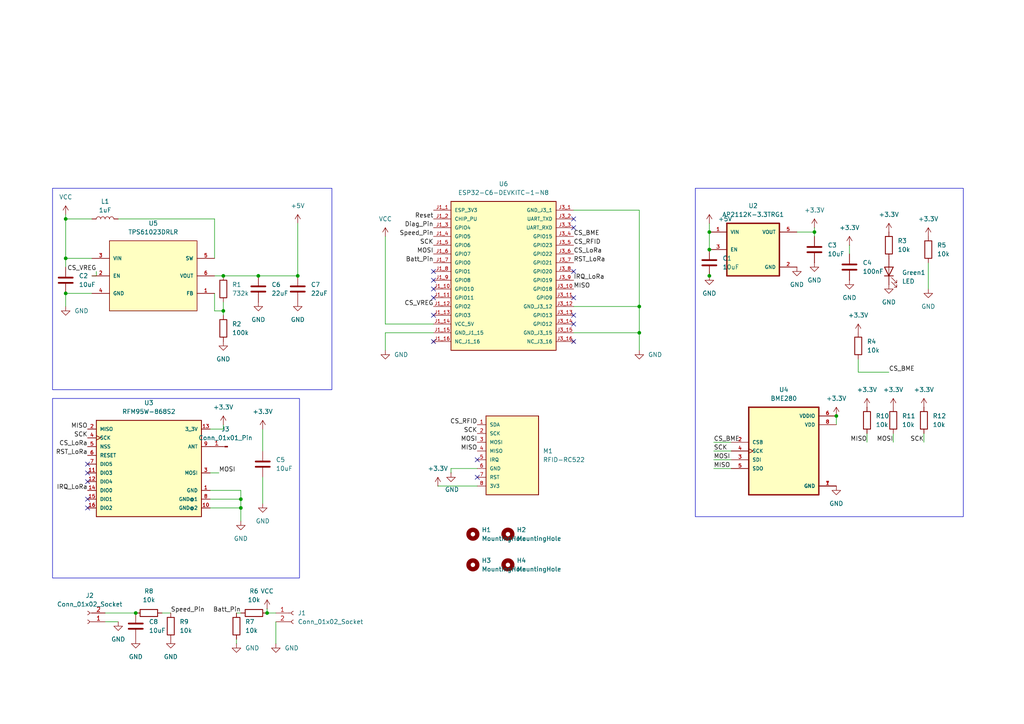
<source format=kicad_sch>
(kicad_sch (version 20250114) (generator "eeschema") (generator_version "9.0")
  (paper "A4")
  (lib_symbols
    (symbol "AP2112K-3.3TRG1:AP2112K-3.3TRG1" (pin_names (offset 1.016))
      (property "Reference" "U" (at -7.663 8.6476 0))
      (property "Value" "AP2112K-3.3TRG1" (at -7.6489 -11.6507 0))
      (symbol "AP2112K-3.3TRG1_0_0"
        (rectangle (start -7.62 -7.62) (end 7.62 7.62) (stroke (width 0.41)) (fill (type background)))
        (pin power_in line (at -12.7 5.08 0) (length 5.08) (name "VIN") (number "1"))
        (pin input line (at -12.7 0 0) (length 5.08) (name "EN") (number "3"))
        (pin power_in line (at 12.7 5.08 180) (length 5.08) (name "VOUT") (number "5"))
        (pin power_in line (at 12.7 -5.08 180) (length 5.08) (name "GND") (number "2"))
      )
    )
    (symbol "BME280:BME280" (pin_names (offset 1.016))
      (property "Reference" "U" (at -10.1662 13.3431 0))
      (property "Value" "BME280" (at -10.1683 -15.2524 0))
      (symbol "BME280_0_0"
        (rectangle (start -10.16 -12.7) (end 10.16 12.7) (stroke (width 0.4064)) (fill (type background)))
        (pin input line (at -15.24 2.54 0) (length 5.08) (name "CSB") (number "2"))
        (pin input clock (at -15.24 0 0) (length 5.08) (name "SCK") (number "4"))
        (pin bidirectional line (at -15.24 -2.54 0) (length 5.08) (name "SDI") (number "3"))
        (pin bidirectional line (at -15.24 -5.08 0) (length 5.08) (name "SDO") (number "5"))
        (pin power_in line (at 15.24 10.16 180) (length 5.08) (name "VDDIO") (number "6"))
        (pin power_in line (at 15.24 7.62 180) (length 5.08) (name "VDD") (number "8"))
        (pin power_in line (at 15.24 -10.16 180) (length 5.08) (name "GND") (number "1"))
        (pin power_in line (at 15.24 -10.16 180) (length 5.08) (name "GND") (number "7"))
      )
    )
    (symbol "Connector:Conn_01x01_Pin" (pin_names (offset 1.016) (hide yes))
      (property "Reference" "J" (at 0 2.54 0))
      (property "Value" "Conn_01x01_Pin" (at 0 -2.54 0))
      (symbol "Conn_01x01_Pin_1_1"
        (rectangle (start 0.8636 0.127) (end 0 -0.127) (stroke (width 0.1524)) (fill (type outline)))
        (polyline (pts (xy 1.27 0) (xy 0.8636 0)) (stroke (width 0.1524)))
        (pin passive line (at 5.08 0 180) (length 3.81) (name "Pin_1") (number "1"))
      )
    )
    (symbol "Connector:Conn_01x02_Socket" (pin_names (offset 1.016) (hide yes))
      (property "Reference" "J" (at 0 2.54 0))
      (property "Value" "Conn_01x02_Socket" (at 0 -5.08 0))
      (symbol "Conn_01x02_Socket_1_1"
        (polyline (pts (xy -1.27 0) (xy -0.508 0)) (stroke (width 0.1524)))
        (polyline (pts (xy -1.27 -2.54) (xy -0.508 -2.54)) (stroke (width 0.1524)))
        (arc (start 0 -0.508) (mid -0.5058 0) (end 0 0.508) (stroke (width 0.1524)))
        (arc (start 0 -3.048) (mid -0.5058 -2.54) (end 0 -2.032) (stroke (width 0.1524)))
        (pin passive line (at -5.08 0 0) (length 3.81) (name "Pin_1") (number "1"))
        (pin passive line (at -5.08 -2.54 0) (length 3.81) (name "Pin_2") (number "2"))
      )
    )
    (symbol "Device:C" (pin_numbers (hide yes)) (pin_names (offset 0.254))
      (property "Reference" "C" (at 0.635 2.54 0))
      (property "Value" "C" (at 0.635 -2.54 0))
      (symbol "C_0_1"
        (polyline (pts (xy -2.032 0.762) (xy 2.032 0.762)) (stroke (width 0.508)))
        (polyline (pts (xy -2.032 -0.762) (xy 2.032 -0.762)) (stroke (width 0.508)))
      )
      (symbol "C_1_1"
        (pin passive line (at 0 3.81 270) (length 2.794) (name "~") (number "1"))
        (pin passive line (at 0 -3.81 90) (length 2.794) (name "~") (number "2"))
      )
    )
    (symbol "Device:L" (pin_numbers (hide yes)) (pin_names (offset 1.016) (hide yes))
      (property "Reference" "L" (at -1.27 0 90))
      (property "Value" "L" (at 1.905 0 90))
      (symbol "L_0_1"
        (arc (start 0 2.54) (mid 0.6323 1.905) (end 0 1.27))
        (arc (start 0 1.27) (mid 0.6323 0.635) (end 0 0))
        (arc (start 0 0) (mid 0.6323 -0.635) (end 0 -1.27))
        (arc (start 0 -1.27) (mid 0.6323 -1.905) (end 0 -2.54))
      )
      (symbol "L_1_1"
        (pin passive line (at 0 3.81 270) (length 1.27) (name "1") (number "1"))
        (pin passive line (at 0 -3.81 90) (length 1.27) (name "2") (number "2"))
      )
    )
    (symbol "Device:LED" (pin_numbers (hide yes)) (pin_names (offset 1.016) (hide yes))
      (property "Reference" "D" (at 0 2.54 0))
      (property "Value" "LED" (at 0 -2.54 0))
      (symbol "LED_0_1"
        (polyline (pts (xy -3.048 -0.762) (xy -4.572 -2.286) (xy -3.81 -2.286) (xy -4.572 -2.286) (xy -4.572 -1.524)))
        (polyline (pts (xy -1.778 -0.762) (xy -3.302 -2.286) (xy -2.54 -2.286) (xy -3.302 -2.286) (xy -3.302 -1.524)))
        (polyline (pts (xy -1.27 0) (xy 1.27 0)))
        (polyline (pts (xy -1.27 -1.27) (xy -1.27 1.27)) (stroke (width 0.254)))
        (polyline (pts (xy 1.27 -1.27) (xy 1.27 1.27) (xy -1.27 0) (xy 1.27 -1.27)) (stroke (width 0.254)))
      )
      (symbol "LED_1_1"
        (pin passive line (at -3.81 0 0) (length 2.54) (name "K") (number "1"))
        (pin passive line (at 3.81 0 180) (length 2.54) (name "A") (number "2"))
      )
    )
    (symbol "Device:R" (pin_numbers (hide yes)) (pin_names (offset 0))
      (property "Reference" "R" (at 2.032 0 90))
      (property "Value" "R" (at 0 0 90))
      (symbol "R_0_1"
        (rectangle (start -1.016 -2.54) (end 1.016 2.54) (stroke (width 0.254)))
      )
      (symbol "R_1_1"
        (pin passive line (at 0 3.81 270) (length 1.27) (name "~") (number "1"))
        (pin passive line (at 0 -3.81 90) (length 1.27) (name "~") (number "2"))
      )
    )
    (symbol "ESP32-C6-DEVKITC-1-N8:ESP32-C6-DEVKITC-1-N8" (pin_names (offset 1.016))
      (property "Reference" "U" (at -15.24 23.622 0))
      (property "Value" "ESP32-C6-DEVKITC-1-N8" (at -15.24 -22.86 0))
      (symbol "ESP32-C6-DEVKITC-1-N8_0_0"
        (rectangle (start -15.24 -20.32) (end 15.24 22.86) (stroke (width 0.254)) (fill (type background)))
        (pin power_in line (at -20.32 20.32 0) (length 5.08) (name "ESP_3V3") (number "J1_1"))
        (pin input line (at -20.32 17.78 0) (length 5.08) (name "CHIP_PU") (number "J1_2"))
        (pin bidirectional line (at -20.32 15.24 0) (length 5.08) (name "GPIO4") (number "J1_3"))
        (pin bidirectional line (at -20.32 12.7 0) (length 5.08) (name "GPIO5") (number "J1_4"))
        (pin bidirectional line (at -20.32 10.16 0) (length 5.08) (name "GPIO6") (number "J1_5"))
        (pin bidirectional line (at -20.32 7.62 0) (length 5.08) (name "GPIO7") (number "J1_6"))
        (pin bidirectional line (at -20.32 5.08 0) (length 5.08) (name "GPIO0") (number "J1_7"))
        (pin bidirectional line (at -20.32 2.54 0) (length 5.08) (name "GPIO1") (number "J1_8"))
        (pin bidirectional line (at -20.32 0 0) (length 5.08) (name "GPIO8") (number "J1_9"))
        (pin bidirectional line (at -20.32 -2.54 0) (length 5.08) (name "GPIO10") (number "J1_10"))
        (pin bidirectional line (at -20.32 -5.08 0) (length 5.08) (name "GPIO11") (number "J1_11"))
        (pin bidirectional line (at -20.32 -7.62 0) (length 5.08) (name "GPIO2") (number "J1_12"))
        (pin bidirectional line (at -20.32 -10.16 0) (length 5.08) (name "GPIO3") (number "J1_13"))
        (pin power_in line (at -20.32 -12.7 0) (length 5.08) (name "VCC_5V") (number "J1_14"))
        (pin power_in line (at -20.32 -15.24 0) (length 5.08) (name "GND_J1_15") (number "J1_15"))
        (pin no_connect line (at -20.32 -17.78 0) (length 5.08) (name "NC_J1_16") (number "J1_16"))
        (pin power_in line (at 20.32 20.32 180) (length 5.08) (name "GND_J3_1") (number "J3_1"))
        (pin bidirectional line (at 20.32 17.78 180) (length 5.08) (name "UART_TXD") (number "J3_2"))
        (pin bidirectional line (at 20.32 15.24 180) (length 5.08) (name "UART_RXD") (number "J3_3"))
        (pin bidirectional line (at 20.32 12.7 180) (length 5.08) (name "GPIO15") (number "J3_4"))
        (pin bidirectional line (at 20.32 10.16 180) (length 5.08) (name "GPIO23") (number "J3_5"))
        (pin bidirectional line (at 20.32 7.62 180) (length 5.08) (name "GPIO22") (number "J3_6"))
        (pin bidirectional line (at 20.32 5.08 180) (length 5.08) (name "GPIO21") (number "J3_7"))
        (pin bidirectional line (at 20.32 2.54 180) (length 5.08) (name "GPIO20") (number "J3_8"))
        (pin bidirectional line (at 20.32 0 180) (length 5.08) (name "GPIO19") (number "J3_9"))
        (pin bidirectional line (at 20.32 -2.54 180) (length 5.08) (name "GPIO18") (number "J3_10"))
        (pin bidirectional line (at 20.32 -5.08 180) (length 5.08) (name "GPIO9") (number "J3_11"))
        (pin power_in line (at 20.32 -7.62 180) (length 5.08) (name "GND_J3_12") (number "J3_12"))
        (pin bidirectional line (at 20.32 -10.16 180) (length 5.08) (name "GPIO13") (number "J3_13"))
        (pin bidirectional line (at 20.32 -12.7 180) (length 5.08) (name "GPIO12") (number "J3_14"))
        (pin power_in line (at 20.32 -15.24 180) (length 5.08) (name "GND_J3_15") (number "J3_15"))
        (pin no_connect line (at 20.32 -17.78 180) (length 5.08) (name "NC_J3_16") (number "J3_16"))
      )
    )
    (symbol "Mechanical:MountingHole" (pin_names (offset 1.016)) (exclude_from_sim yes) (in_bom no)
      (property "Reference" "H" (at 0 5.08 0))
      (property "Value" "MountingHole" (at 0 3.175 0))
      (symbol "MountingHole_0_1"
        (circle (center 0 0) (radius 1.27) (stroke (width 1.27)))
      )
    )
    (symbol "RFID-RC522:RFID-RC522" (pin_names (offset 1.016))
      (property "Reference" "M" (at -7.62 10.922 0))
      (symbol "RFID-RC522_0_0"
        (rectangle (start -7.62 -12.7) (end 7.62 10.16) (stroke (width 0.254)) (fill (type background)))
        (pin bidirectional line (at -10.16 7.62 0) (length 2.54) (name "SDA") (number "1"))
        (pin bidirectional line (at -10.16 5.08 0) (length 2.54) (name "SCK") (number "2"))
        (pin bidirectional line (at -10.16 2.54 0) (length 2.54) (name "MOSI") (number "3"))
        (pin bidirectional line (at -10.16 0 0) (length 2.54) (name "MISO") (number "4"))
        (pin bidirectional line (at -10.16 -2.54 0) (length 2.54) (name "IRQ") (number "5"))
        (pin bidirectional line (at -10.16 -5.08 0) (length 2.54) (name "GND") (number "6"))
        (pin bidirectional line (at -10.16 -7.62 0) (length 2.54) (name "RST") (number "7"))
        (pin bidirectional line (at -10.16 -10.16 0) (length 2.54) (name "3V3") (number "8"))
      )
    )
    (symbol "RFM95W-868S2:RFM95W-868S2" (pin_names (offset 1.016))
      (property "Reference" "U" (at -15.2563 13.9849 0))
      (property "Value" "RFM95W-868S2" (at -15.265 -17.8092 0))
      (symbol "RFM95W-868S2_0_0"
        (rectangle (start -15.24 -15.24) (end 15.24 12.7) (stroke (width 0.254)) (fill (type background)))
        (pin input line (at -17.78 10.16 0) (length 2.54) (name "MISO") (number "2"))
        (pin input clock (at -17.78 7.62 0) (length 2.54) (name "SCK") (number "4"))
        (pin input line (at -17.78 5.08 0) (length 2.54) (name "NSS") (number "5"))
        (pin bidirectional line (at -17.78 2.54 0) (length 2.54) (name "RESET") (number "6"))
        (pin bidirectional line (at -17.78 0 0) (length 2.54) (name "DIO5") (number "7"))
        (pin bidirectional line (at -17.78 -2.54 0) (length 2.54) (name "DIO3") (number "11"))
        (pin bidirectional line (at -17.78 -5.08 0) (length 2.54) (name "DIO4") (number "12"))
        (pin bidirectional line (at -17.78 -7.62 0) (length 2.54) (name "DIO0") (number "14"))
        (pin bidirectional line (at -17.78 -10.16 0) (length 2.54) (name "DIO1") (number "15"))
        (pin bidirectional line (at -17.78 -12.7 0) (length 2.54) (name "DIO2") (number "16"))
        (pin power_in line (at 17.78 10.16 180) (length 2.54) (name "3_3V") (number "13"))
        (pin passive line (at 17.78 5.08 180) (length 2.54) (name "ANT") (number "9"))
        (pin output line (at 17.78 -2.54 180) (length 2.54) (name "MOSI") (number "3"))
        (pin power_in line (at 17.78 -7.62 180) (length 2.54) (name "GND") (number "1"))
        (pin power_in line (at 17.78 -10.16 180) (length 2.54) (name "GND@1") (number "8"))
        (pin power_in line (at 17.78 -12.7 180) (length 2.54) (name "GND@2") (number "10"))
      )
    )
    (symbol "TPS61023DRLR:TPS61023DRLR" (pin_names (offset 1.016))
      (property "Reference" "U" (at -4.7244 1.4986 0))
      (property "Value" "TPS61023DRLR" (at -5.3594 -1.0414 0))
      (symbol "TPS61023DRLR_0_0"
        (rectangle (start -12.7 -10.16) (end 12.7 10.16) (stroke (width 0.2032)) (fill (type background)))
        (pin power_in line (at -17.78 5.08 0) (length 5.08) (name "VIN") (number "3"))
        (pin input line (at -17.78 0 0) (length 5.08) (name "EN") (number "2"))
        (pin power_in line (at -17.78 -5.08 0) (length 5.08) (name "GND") (number "4"))
        (pin power_in line (at 17.78 5.08 180) (length 5.08) (name "SW") (number "5"))
        (pin power_in line (at 17.78 0 180) (length 5.08) (name "VOUT") (number "6"))
        (pin input line (at 17.78 -5.08 180) (length 5.08) (name "FB") (number "1"))
      )
    )
    (symbol "power:+3.3V" (power) (pin_numbers (hide yes)) (pin_names (offset 0) (hide yes))
      (property "Value" "+3.3V" (at 0 3.556 0))
      (symbol "+3.3V_0_1"
        (polyline (pts (xy -0.762 1.27) (xy 0 2.54)))
        (polyline (pts (xy 0 2.54) (xy 0.762 1.27)))
        (polyline (pts (xy 0 0) (xy 0 2.54)))
      )
      (symbol "+3.3V_1_1"
        (pin power_in line (at 0 0 90) (length 0) (name "~") (number "1"))
      )
    )
    (symbol "power:+5V" (power) (pin_numbers (hide yes)) (pin_names (offset 0) (hide yes))
      (property "Value" "+5V" (at 0 3.556 0))
      (symbol "+5V_0_1"
        (polyline (pts (xy -0.762 1.27) (xy 0 2.54)))
        (polyline (pts (xy 0 2.54) (xy 0.762 1.27)))
        (polyline (pts (xy 0 0) (xy 0 2.54)))
      )
      (symbol "+5V_1_1"
        (pin power_in line (at 0 0 90) (length 0) (name "~") (number "1"))
      )
    )
    (symbol "power:+BATT" (power) (pin_numbers (hide yes)) (pin_names (offset 0) (hide yes))
      (property "Value" "+BATT" (at 0 3.556 0))
      (symbol "+BATT_0_1"
        (polyline (pts (xy -0.762 1.27) (xy 0 2.54)))
        (polyline (pts (xy 0 2.54) (xy 0.762 1.27)))
        (polyline (pts (xy 0 0) (xy 0 2.54)))
      )
      (symbol "+BATT_1_1"
        (pin power_in line (at 0 0 90) (length 0) (name "~") (number "1"))
      )
    )
    (symbol "power:GND" (power) (pin_numbers (hide yes)) (pin_names (offset 0) (hide yes))
      (property "Value" "GND" (at 0 -3.81 0))
      (symbol "GND_0_1"
        (polyline (pts (xy 0 0) (xy 0 -1.27) (xy 1.27 -1.27) (xy 0 -2.54) (xy -1.27 -1.27) (xy 0 -1.27)))
      )
      (symbol "GND_1_1"
        (pin power_in line (at 0 0 270) (length 0) (name "~") (number "1"))
      )
    )
    (symbol "power:VCC" (power) (pin_numbers (hide yes)) (pin_names (offset 0) (hide yes))
      (property "Value" "VCC" (at 0 3.556 0))
      (symbol "VCC_0_1"
        (polyline (pts (xy -0.762 1.27) (xy 0 2.54)))
        (polyline (pts (xy 0 2.54) (xy 0.762 1.27)))
        (polyline (pts (xy 0 0) (xy 0 2.54)))
      )
      (symbol "VCC_1_1"
        (pin power_in line (at 0 0 90) (length 0) (name "~") (number "1"))
      )
    )
  )
  (rectangle (start 15.24 115.57) (end 86.868 167.64))
  (rectangle (start 201.676 54.61) (end 279.4 149.86))
  (rectangle (start 15.24 54.61) (end 96.266 113.03))
  (junction (at 205.74 80.01))
  (junction (at 64.77 80.01))
  (junction (at 77.47 177.8))
  (junction (at 185.42 88.9))
  (junction (at 19.05 85.09))
  (junction (at 74.93 80.01))
  (junction (at 242.57 120.65))
  (junction (at 19.05 63.5))
  (junction (at 64.77 90.17))
  (junction (at 69.85 144.78))
  (junction (at 205.74 72.39))
  (junction (at 39.37 177.8))
  (junction (at 205.74 67.31))
  (junction (at 69.85 147.32))
  (junction (at 185.42 96.52))
  (junction (at 86.36 80.01))
  (junction (at 236.22 67.31))
  (junction (at 19.05 74.93))
  (no_connect (at 166.37 63.5))
  (no_connect (at 25.4 139.7))
  (no_connect (at 166.37 78.74))
  (no_connect (at 125.73 81.28))
  (no_connect (at 25.4 144.78))
  (no_connect (at 166.37 86.36))
  (no_connect (at 125.73 83.82))
  (no_connect (at 166.37 93.98))
  (no_connect (at 125.73 91.44))
  (no_connect (at 166.37 91.44))
  (no_connect (at 25.4 147.32))
  (no_connect (at 166.37 66.04))
  (no_connect (at 125.73 78.74))
  (no_connect (at 25.4 137.16))
  (no_connect (at 166.37 99.06))
  (no_connect (at 138.43 138.43))
  (no_connect (at 125.73 99.06))
  (no_connect (at 125.73 86.36))
  (no_connect (at 25.4 134.62))
  (no_connect (at 138.43 133.35))
  (wire (pts (xy 76.2 124.46) (xy 76.2 130.81)))
  (wire (pts (xy 64.77 80.01) (xy 74.93 80.01)))
  (wire (pts (xy 251.46 128.27) (xy 251.46 125.73)))
  (wire (pts (xy 77.47 177.8) (xy 80.01 177.8)))
  (wire (pts (xy 27.94 78.74) (xy 27.94 80.01)))
  (wire (pts (xy 86.36 64.77) (xy 86.36 80.01)))
  (wire (pts (xy 19.05 63.5) (xy 19.05 74.93)))
  (wire (pts (xy 205.74 67.31) (xy 205.74 64.77)))
  (wire (pts (xy 248.92 107.95) (xy 257.81 107.95)))
  (wire (pts (xy 267.97 128.27) (xy 267.97 125.73)))
  (wire (pts (xy 246.38 73.66) (xy 246.38 71.12)))
  (wire (pts (xy 60.96 142.24) (xy 69.85 142.24)))
  (wire (pts (xy 19.05 85.09) (xy 19.05 88.9)))
  (wire (pts (xy 185.42 60.96) (xy 185.42 88.9)))
  (wire (pts (xy 205.74 78.74) (xy 205.74 80.01)))
  (wire (pts (xy 205.74 67.31) (xy 205.74 72.39)))
  (wire (pts (xy 69.85 147.32) (xy 69.85 151.13)))
  (wire (pts (xy 236.22 67.31) (xy 236.22 66.04)))
  (wire (pts (xy 248.92 104.14) (xy 248.92 107.95)))
  (wire (pts (xy 60.96 124.46) (xy 64.77 124.46)))
  (wire (pts (xy 62.23 90.17) (xy 62.23 85.09)))
  (wire (pts (xy 130.81 137.16) (xy 130.81 135.89)))
  (wire (pts (xy 130.81 135.89) (xy 138.43 135.89)))
  (wire (pts (xy 69.85 142.24) (xy 69.85 144.78)))
  (wire (pts (xy 19.05 77.47) (xy 19.05 74.93)))
  (wire (pts (xy 111.76 93.98) (xy 125.73 93.98)))
  (wire (pts (xy 127 140.97) (xy 138.43 140.97)))
  (wire (pts (xy 30.48 180.34) (xy 34.29 180.34)))
  (wire (pts (xy 74.93 80.01) (xy 86.36 80.01)))
  (wire (pts (xy 68.58 177.8) (xy 69.85 177.8)))
  (wire (pts (xy 30.48 177.8) (xy 39.37 177.8)))
  (wire (pts (xy 63.5 137.16) (xy 60.96 137.16)))
  (wire (pts (xy 19.05 62.23) (xy 19.05 63.5)))
  (wire (pts (xy 62.23 63.5) (xy 62.23 74.93)))
  (wire (pts (xy 269.24 76.2) (xy 269.24 83.82)))
  (wire (pts (xy 46.99 177.8) (xy 49.53 177.8)))
  (wire (pts (xy 80.01 186.69) (xy 80.01 180.34)))
  (wire (pts (xy 69.85 144.78) (xy 69.85 147.32)))
  (wire (pts (xy 34.29 63.5) (xy 62.23 63.5)))
  (wire (pts (xy 259.08 128.27) (xy 259.08 125.73)))
  (wire (pts (xy 60.96 144.78) (xy 69.85 144.78)))
  (wire (pts (xy 125.73 96.52) (xy 111.76 96.52)))
  (wire (pts (xy 207.01 133.35) (xy 212.09 133.35)))
  (wire (pts (xy 64.77 123.19) (xy 64.77 124.46)))
  (wire (pts (xy 166.37 96.52) (xy 185.42 96.52)))
  (wire (pts (xy 76.2 138.43) (xy 76.2 146.05)))
  (wire (pts (xy 185.42 88.9) (xy 185.42 96.52)))
  (wire (pts (xy 207.01 135.89) (xy 212.09 135.89)))
  (wire (pts (xy 19.05 63.5) (xy 26.67 63.5)))
  (wire (pts (xy 185.42 96.52) (xy 185.42 101.6)))
  (wire (pts (xy 207.01 130.81) (xy 212.09 130.81)))
  (wire (pts (xy 242.57 120.65) (xy 242.57 123.19)))
  (wire (pts (xy 19.05 74.93) (xy 26.67 74.93)))
  (wire (pts (xy 64.77 87.63) (xy 64.77 90.17)))
  (wire (pts (xy 166.37 88.9) (xy 185.42 88.9)))
  (wire (pts (xy 166.37 60.96) (xy 185.42 60.96)))
  (wire (pts (xy 27.94 80.01) (xy 26.67 80.01)))
  (wire (pts (xy 111.76 96.52) (xy 111.76 101.6)))
  (wire (pts (xy 64.77 90.17) (xy 64.77 91.44)))
  (wire (pts (xy 68.58 185.42) (xy 68.58 186.69)))
  (wire (pts (xy 111.76 68.58) (xy 111.76 93.98)))
  (wire (pts (xy 207.01 128.27) (xy 212.09 128.27)))
  (wire (pts (xy 60.96 147.32) (xy 69.85 147.32)))
  (wire (pts (xy 231.14 67.31) (xy 236.22 67.31)))
  (wire (pts (xy 62.23 80.01) (xy 64.77 80.01)))
  (wire (pts (xy 19.05 85.09) (xy 26.67 85.09)))
  (wire (pts (xy 236.22 68.58) (xy 236.22 67.31)))
  (wire (pts (xy 77.47 176.53) (xy 77.47 177.8)))
  (wire (pts (xy 64.77 90.17) (xy 62.23 90.17)))
  (label "Reset" (at 125.73 63.5 180))
  (label "MISO" (at 207.01 135.89 0))
  (label "Diag_Pin" (at 125.73 66.04 180))
  (label "CS_LoRa" (at 25.4 129.54 180))
  (label "MOSI" (at 138.43 128.27 180))
  (label "MISO" (at 25.4 124.46 180))
  (label "CS_BME" (at 166.37 68.58 0))
  (label "Speed_Pin" (at 125.73 68.58 180))
  (label "Batt_Pin" (at 69.85 177.8 180))
  (label "MOSI" (at 63.5 137.16 0))
  (label "CS_VREG" (at 27.94 78.74 180))
  (label "CS_BME" (at 257.81 107.95 0))
  (label "RST_LoRa" (at 25.4 132.08 180))
  (label "CS_BME" (at 207.01 128.27 0))
  (label "SCK" (at 125.73 71.12 180))
  (label "RST_LoRa" (at 166.37 76.2 0))
  (label "Batt_Pin" (at 125.73 76.2 180))
  (label "SCK" (at 25.4 127 180))
  (label "MOSI" (at 259.08 128.27 180))
  (label "IRQ_LoRa" (at 166.37 81.28 0))
  (label "Speed_Pin" (at 49.53 177.8 0))
  (label "SCK" (at 267.97 128.27 180))
  (label "MISO" (at 251.46 128.27 180))
  (label "CS_LoRa" (at 166.37 73.66 0))
  (label "SCK" (at 207.01 130.81 0))
  (label "SCK" (at 138.43 125.73 180))
  (label "MISO" (at 166.37 83.82 0))
  (label "CS_RFID" (at 138.43 123.19 180))
  (label "MISO" (at 138.43 130.81 180))
  (label "IRQ_LoRa" (at 25.4 142.24 180))
  (label "CS_VREG" (at 125.73 88.9 180))
  (label "CS_RFID" (at 166.37 71.12 0))
  (label "MOSI" (at 125.73 73.66 180))
  (label "MOSI" (at 207.01 133.35 0))
  (symbol (lib_id "power:+BATT") (at 19.05 62.23 0) (unit 1)
    (property "Reference" "#PWR03" (effects (hide yes)))
    (property "Value" "VCC" (at 19.05 57.15 0))
    (property "Description" "Power symbol creates a global label with name \"+BATT\"" (effects (hide yes)))
  )
  (symbol (lib_id "Device:C") (at 74.93 83.82 0) (unit 1)
    (property "Reference" "C6" (at 78.74 82.5499 0) (effects (justify left)))
    (property "Value" "22uF" (at 78.74 85.0899 0) (effects (justify left)))
    (property "Footprint" "Capacitor_SMD:C_0603_1608Metric" (effects (hide yes)))
    (property "Description" "Unpolarized capacitor" (effects (hide yes)))
  )
  (symbol (lib_id "Device:R") (at 267.97 121.92 0) (unit 1)
    (property "Reference" "R12" (at 270.51 120.6499 0) (effects (justify left)))
    (property "Value" "10k" (at 270.51 123.1899 0) (effects (justify left)))
    (property "Footprint" "Resistor_SMD:R_0603_1608Metric" (effects (hide yes)))
    (property "Description" "Resistor" (effects (hide yes)))
  )
  (symbol (lib_id "Device:R") (at 64.77 95.25 0) (unit 1)
    (property "Reference" "R2" (at 67.31 93.9799 0) (effects (justify left)))
    (property "Value" "100k" (at 67.31 96.5199 0) (effects (justify left)))
    (property "Footprint" "Capacitor_SMD:C_0603_1608Metric" (effects (hide yes)))
    (property "Description" "Resistor" (effects (hide yes)))
  )
  (symbol (lib_id "power:VCC") (at 205.74 64.77 0) (unit 1)
    (property "Reference" "#PWR01" (effects (hide yes)))
    (property "Value" "+5V" (at 208.28 63.4999 0) (effects (justify left)))
    (property "Description" "Power symbol creates a global label with name \"VCC\"" (effects (hide yes)))
  )
  (symbol (lib_id "Device:C") (at 39.37 181.61 0) (unit 1)
    (property "Reference" "C8" (at 43.18 180.3399 0) (effects (justify left)))
    (property "Value" "10uF" (at 43.18 182.8799 0) (effects (justify left)))
    (property "Footprint" "Capacitor_SMD:C_0603_1608Metric" (effects (hide yes)))
    (property "Description" "Unpolarized capacitor" (effects (hide yes)))
  )
  (symbol (lib_id "Connector:Conn_01x01_Pin") (at 66.04 129.54 180) (unit 1)
    (property "Reference" "J3" (at 65.405 124.46 0))
    (property "Value" "Conn_01x01_Pin" (at 65.405 127 0))
    (property "Footprint" "Connector_PinHeader_1.00mm:PinHeader_1x01_P1.00mm_Vertical" (effects (hide yes)))
    (property "Description" "Generic connector, single row, 01x01, script generated" (effects (hide yes)))
  )
  (symbol (lib_id "Device:C") (at 86.36 83.82 0) (unit 1)
    (property "Reference" "C7" (at 90.17 82.5499 0) (effects (justify left)))
    (property "Value" "22uF" (at 90.17 85.0899 0) (effects (justify left)))
    (property "Footprint" "Capacitor_SMD:C_0603_1608Metric" (effects (hide yes)))
    (property "Description" "Unpolarized capacitor" (effects (hide yes)))
  )
  (symbol (lib_id "TPS61023DRLR:TPS61023DRLR") (at 44.45 80.01 0) (unit 1)
    (property "Reference" "U5" (at 44.45 64.77 0))
    (property "Value" "TPS61023DRLR" (at 44.45 67.31 0))
    (property "Footprint" "CADs:DRL0006A" (effects (hide yes)))
    (property "MF" "Texas Instruments" (effects (hide yes)))
    (property "VENDOR" "Digikey" (effects (hide yes)))
    (property "Description_1" "\n                        \n                            3.7-A boost converter with 0.5-V ultra-low input voltage\n                        \n" (effects (hide yes)))
    (property "Package" "SOT-5X3-6 Texas Instruments" (effects (hide yes)))
    (property "Price" "None" (effects (hide yes)))
    (property "Check_prices" "https://www.snapeda.com/parts/TPS61023DRLR/Texas+Instruments/view-part/?ref=eda" (effects (hide yes)))
    (property "SnapEDA_Link" "https://www.snapeda.com/parts/TPS61023DRLR/Texas+Instruments/view-part/?ref=snap" (effects (hide yes)))
    (property "COST" "$0.92" (effects (hide yes)))
    (property "MP" "TPS61023DRLR" (effects (hide yes)))
    (property "VENDOR_PN" "296-TPS61023DRLRCT-ND" (effects (hide yes)))
    (property "PARTNUMBER" "TPS61023DRL" (effects (hide yes)))
    (property "Availability" "In Stock" (effects (hide yes)))
    (property "MANUFACTURER" "Texas Instruments" (effects (hide yes)))
  )
  (symbol (lib_id "power:GND") (at 80.01 186.69 0) (unit 1)
    (property "Reference" "#PWR030" (effects (hide yes)))
    (property "Value" "GND" (at 82.55 187.9599 0) (effects (justify left)))
    (property "Description" "Power symbol creates a global label with name \"GND\" , ground" (effects (hide yes)))
  )
  (symbol (lib_id "power:GND") (at 242.57 140.97 0) (unit 1)
    (property "Reference" "#PWR015" (effects (hide yes)))
    (property "Value" "GND" (at 242.57 146.05 0))
    (property "Description" "Power symbol creates a global label with name \"GND\" , ground" (effects (hide yes)))
  )
  (symbol (lib_id "power:+5V") (at 86.36 64.77 0) (unit 1)
    (property "Reference" "#PWR028" (effects (hide yes)))
    (property "Value" "+5V" (at 86.36 59.69 0))
    (property "Description" "Power symbol creates a global label with name \"+5V\"" (effects (hide yes)))
  )
  (symbol (lib_id "Device:R") (at 251.46 121.92 0) (unit 1)
    (property "Reference" "R10" (at 254 120.6499 0) (effects (justify left)))
    (property "Value" "10k" (at 254 123.1899 0) (effects (justify left)))
    (property "Footprint" "Resistor_SMD:R_0603_1608Metric" (effects (hide yes)))
    (property "Description" "Resistor" (effects (hide yes)))
  )
  (symbol (lib_id "power:+3.3V") (at 76.2 124.46 0) (unit 1)
    (property "Reference" "#PWR017" (effects (hide yes)))
    (property "Value" "+3.3V" (at 76.2 119.38 0))
    (property "Description" "Power symbol creates a global label with name \"+3.3V\"" (effects (hide yes)))
  )
  (symbol (lib_id "power:GND") (at 19.05 88.9 0) (unit 1)
    (property "Reference" "#PWR04" (effects (hide yes)))
    (property "Value" "GND" (at 21.59 90.1699 0) (effects (justify left)))
    (property "Description" "Power symbol creates a global label with name \"GND\" , ground" (effects (hide yes)))
  )
  (symbol (lib_id "Mechanical:MountingHole") (at 137.16 163.83 0) (unit 1) (exclude_from_sim yes) (in_bom no)
    (property "Reference" "H3" (at 139.7 162.5599 0) (effects (justify left)))
    (property "Value" "MountingHole" (at 139.7 165.0999 0) (effects (justify left)))
    (property "Footprint" "MountingHole:MountingHole_2.7mm" (effects (hide yes)))
    (property "Description" "Mounting Hole without connection" (effects (hide yes)))
  )
  (symbol (lib_id "power:GND") (at 130.81 137.16 0) (unit 1)
    (property "Reference" "#PWR019" (effects (hide yes)))
    (property "Value" "GND" (at 129.032 141.986 0) (effects (justify left)))
    (property "Description" "Power symbol creates a global label with name \"GND\" , ground" (effects (hide yes)))
  )
  (symbol (lib_id "Device:C") (at 19.05 81.28 0) (unit 1)
    (property "Reference" "C2" (at 22.86 80.0099 0) (effects (justify left)))
    (property "Value" "10uF" (at 22.86 82.5499 0) (effects (justify left)))
    (property "Footprint" "Capacitor_SMD:C_0603_1608Metric" (effects (hide yes)))
    (property "Description" "Unpolarized capacitor" (effects (hide yes)))
  )
  (symbol (lib_id "Device:LED") (at 257.81 78.74 90) (unit 1)
    (property "Reference" "Green1" (at 261.62 79.0574 90) (effects (justify right)))
    (property "Value" "LED" (at 261.62 81.5974 90) (effects (justify right)))
    (property "Footprint" "Capacitor_SMD:C_0603_1608Metric" (effects (hide yes)))
    (property "Description" "Light emitting diode" (effects (hide yes)))
  )
  (symbol (lib_id "Mechanical:MountingHole") (at 137.16 154.94 0) (unit 1) (exclude_from_sim yes) (in_bom no)
    (property "Reference" "H1" (at 139.7 153.6699 0) (effects (justify left)))
    (property "Value" "MountingHole" (at 139.7 156.2099 0) (effects (justify left)))
    (property "Footprint" "MountingHole:MountingHole_2.7mm" (effects (hide yes)))
    (property "Description" "Mounting Hole without connection" (effects (hide yes)))
  )
  (symbol (lib_id "ESP32-C6-DEVKITC-1-N8:ESP32-C6-DEVKITC-1-N8") (at 146.05 81.28 0) (unit 1)
    (property "Reference" "U6" (at 146.05 53.34 0))
    (property "Value" "ESP32-C6-DEVKITC-1-N8" (at 146.05 55.88 0))
    (property "Footprint" "CADs:MODULE_ESP32-C6-DEVKITC-1-N8" (effects (hide yes)))
    (property "MF" "Espressif Systems" (effects (hide yes)))
    (property "Description_1" "The ESP32-C6-DEVKITC-1-N8 from Espressif Systems is a development board designed for RF, RFID, and wireless applications. Built around the ESP32-C6-WROOM-1 module, it supports multiple connectivity options including 802.11 b/g/n/ax Wi-Fi, Bluetooth® (BLE), and 802.15.4 for Thread and Zigbee® protocols. The board is powered by the ESP32-C6 chip with 8MB SPI flash, offering advanced processing power and efficient memory management. It features GPIO ports for extensive interfacing, along with a USB Type-C™ to UART port for power and communication. The board also includes a USB-to-UART bridge, pin header, and boot/reset buttons, operating at 3.3V with a 5V to 3.3V power regulator. This development board is ideal for exploring a wide range of wireless applications, including IoT, smart home devices, and RF communication projects." (effects (hide yes)))
    (property "Package" "None" (effects (hide yes)))
    (property "Price" "None" (effects (hide yes)))
    (property "Check_prices" "https://www.snapeda.com/parts/ESP32-C6-DEVKITC-1-N8/Espressif+Systems/view-part/?ref=eda" (effects (hide yes)))
    (property "STANDARD" "Manufacturer Recommendations" (effects (hide yes)))
    (property "PARTREV" "1.3" (effects (hide yes)))
    (property "SnapEDA_Link" "https://www.snapeda.com/parts/ESP32-C6-DEVKITC-1-N8/Espressif+Systems/view-part/?ref=snap" (effects (hide yes)))
    (property "MP" "ESP32-C6-DEVKITC-1-N8" (effects (hide yes)))
    (property "Availability" "In Stock" (effects (hide yes)))
    (property "MANUFACTURER" "Espressif Systems" (effects (hide yes)))
  )
  (symbol (lib_id "power:+3.3V") (at 259.08 118.11 0) (unit 1)
    (property "Reference" "#PWR036" (effects (hide yes)))
    (property "Value" "+3.3V" (at 259.08 113.03 0))
    (property "Description" "Power symbol creates a global label with name \"+3.3V\"" (effects (hide yes)))
  )
  (symbol (lib_id "power:+3.3V") (at 269.24 68.58 0) (unit 1)
    (property "Reference" "#PWR025" (effects (hide yes)))
    (property "Value" "+3.3V" (at 269.24 63.5 0))
    (property "Description" "Power symbol creates a global label with name \"+3.3V\"" (effects (hide yes)))
  )
  (symbol (lib_id "power:GND") (at 34.29 180.34 0) (unit 1)
    (property "Reference" "#PWR031" (effects (hide yes)))
    (property "Value" "GND" (at 34.29 185.42 0))
    (property "Description" "Power symbol creates a global label with name \"GND\" , ground" (effects (hide yes)))
  )
  (symbol (lib_id "power:GND") (at 205.74 80.01 0) (unit 1)
    (property "Reference" "#PWR02" (effects (hide yes)))
    (property "Value" "GND" (at 205.74 85.09 0))
    (property "Description" "Power symbol creates a global label with name \"GND\" , ground" (effects (hide yes)))
  )
  (symbol (lib_id "power:GND") (at 269.24 83.82 0) (unit 1)
    (property "Reference" "#PWR026" (effects (hide yes)))
    (property "Value" "GND" (at 269.24 88.9 0))
    (property "Description" "Power symbol creates a global label with name \"GND\" , ground" (effects (hide yes)))
  )
  (symbol (lib_id "Mechanical:MountingHole") (at 147.32 154.94 0) (unit 1) (exclude_from_sim yes) (in_bom no)
    (property "Reference" "H2" (at 149.86 153.6699 0) (effects (justify left)))
    (property "Value" "MountingHole" (at 149.86 156.2099 0) (effects (justify left)))
    (property "Footprint" "MountingHole:MountingHole_2.7mm" (effects (hide yes)))
    (property "Description" "Mounting Hole without connection" (effects (hide yes)))
  )
  (symbol (lib_id "Device:L") (at 30.48 63.5 90) (unit 1)
    (property "Reference" "L1" (at 30.48 58.42 90))
    (property "Value" "1uF" (at 30.48 60.96 90))
    (property "Footprint" "Inductor_SMD:L_Neosid_SM-PIC0512H" (effects (hide yes)))
    (property "Description" "Inductor" (effects (hide yes)))
  )
  (symbol (lib_id "Device:R") (at 269.24 72.39 0) (unit 1)
    (property "Reference" "R5" (at 271.78 71.1199 0) (effects (justify left)))
    (property "Value" "10k" (at 271.78 73.6599 0) (effects (justify left)))
    (property "Footprint" "Capacitor_SMD:C_0603_1608Metric" (effects (hide yes)))
    (property "Description" "Resistor" (effects (hide yes)))
  )
  (symbol (lib_id "Device:R") (at 43.18 177.8 90) (unit 1)
    (property "Reference" "R8" (at 43.18 171.45 90))
    (property "Value" "10k" (at 43.18 173.99 90))
    (property "Footprint" "Capacitor_SMD:C_0603_1608Metric" (effects (hide yes)))
    (property "Description" "Resistor" (effects (hide yes)))
  )
  (symbol (lib_id "power:+BATT") (at 111.76 68.58 0) (unit 1)
    (property "Reference" "#PWR039" (effects (hide yes)))
    (property "Value" "VCC" (at 111.76 63.5 0))
    (property "Description" "Power symbol creates a global label with name \"+BATT\"" (effects (hide yes)))
  )
  (symbol (lib_id "power:GND") (at 86.36 87.63 0) (unit 1)
    (property "Reference" "#PWR027" (effects (hide yes)))
    (property "Value" "GND" (at 86.36 92.71 0))
    (property "Description" "Power symbol creates a global label with name \"GND\" , ground" (effects (hide yes)))
  )
  (symbol (lib_id "power:GND") (at 74.93 87.63 0) (unit 1)
    (property "Reference" "#PWR024" (effects (hide yes)))
    (property "Value" "GND" (at 74.93 92.71 0))
    (property "Description" "Power symbol creates a global label with name \"GND\" , ground" (effects (hide yes)))
  )
  (symbol (lib_id "power:+BATT") (at 77.47 176.53 0) (unit 1)
    (property "Reference" "#PWR029" (effects (hide yes)))
    (property "Value" "VCC" (at 77.47 171.45 0))
    (property "Description" "Power symbol creates a global label with name \"+BATT\"" (effects (hide yes)))
  )
  (symbol (lib_id "Device:C") (at 236.22 72.39 0) (unit 1)
    (property "Reference" "C3" (at 240.03 71.1199 0) (effects (justify left)))
    (property "Value" "10uF" (at 240.03 73.6599 0) (effects (justify left)))
    (property "Footprint" "Capacitor_SMD:C_0603_1608Metric" (effects (hide yes)))
    (property "Description" "Unpolarized capacitor" (effects (hide yes)))
  )
  (symbol (lib_id "Device:R") (at 68.58 181.61 0) (unit 1)
    (property "Reference" "R7" (at 71.12 180.3399 0) (effects (justify left)))
    (property "Value" "10k" (at 71.12 182.8799 0) (effects (justify left)))
    (property "Footprint" "Capacitor_SMD:C_0603_1608Metric" (effects (hide yes)))
    (property "Description" "Resistor" (effects (hide yes)))
  )
  (symbol (lib_id "power:GND") (at 39.37 185.42 0) (unit 1)
    (property "Reference" "#PWR032" (effects (hide yes)))
    (property "Value" "GND" (at 39.37 190.5 0))
    (property "Description" "Power symbol creates a global label with name \"GND\" , ground" (effects (hide yes)))
  )
  (symbol (lib_id "Device:R") (at 64.77 83.82 0) (unit 1)
    (property "Reference" "R1" (at 67.31 82.5499 0) (effects (justify left)))
    (property "Value" "732k" (at 67.31 85.0899 0) (effects (justify left)))
    (property "Footprint" "Capacitor_SMD:C_0603_1608Metric" (effects (hide yes)))
    (property "Description" "Resistor" (effects (hide yes)))
  )
  (symbol (lib_id "Device:C") (at 246.38 77.47 0) (unit 1)
    (property "Reference" "C4" (at 250.19 76.1999 0) (effects (justify left)))
    (property "Value" "100nF" (at 250.19 78.7399 0) (effects (justify left)))
    (property "Footprint" "Capacitor_SMD:C_0603_1608Metric" (effects (hide yes)))
    (property "Description" "Unpolarized capacitor" (effects (hide yes)))
  )
  (symbol (lib_id "power:+3.3V") (at 248.92 96.52 0) (unit 1)
    (property "Reference" "#PWR023" (effects (hide yes)))
    (property "Value" "+3.3V" (at 248.92 91.44 0))
    (property "Description" "Power symbol creates a global label with name \"+3.3V\"" (effects (hide yes)))
  )
  (symbol (lib_id "power:GND") (at 246.38 81.28 0) (unit 1)
    (property "Reference" "#PWR013" (effects (hide yes)))
    (property "Value" "GND" (at 246.38 86.36 0))
    (property "Description" "Power symbol creates a global label with name \"GND\" , ground" (effects (hide yes)))
  )
  (symbol (lib_id "power:GND") (at 111.76 101.6 0) (unit 1)
    (property "Reference" "#PWR040" (effects (hide yes)))
    (property "Value" "GND" (at 114.3 102.8699 0) (effects (justify left)))
    (property "Description" "Power symbol creates a global label with name \"GND\" , ground" (effects (hide yes)))
  )
  (symbol (lib_id "power:GND") (at 76.2 146.05 0) (unit 1)
    (property "Reference" "#PWR018" (effects (hide yes)))
    (property "Value" "GND" (at 76.2 151.13 0))
    (property "Description" "Power symbol creates a global label with name \"GND\" , ground" (effects (hide yes)))
  )
  (symbol (lib_id "Device:C") (at 76.2 134.62 0) (unit 1)
    (property "Reference" "C5" (at 80.01 133.3499 0) (effects (justify left)))
    (property "Value" "10uF" (at 80.01 135.8899 0) (effects (justify left)))
    (property "Footprint" "Capacitor_SMD:C_0603_1608Metric" (effects (hide yes)))
    (property "Description" "Unpolarized capacitor" (effects (hide yes)))
  )
  (symbol (lib_id "power:GND") (at 185.42 101.6 0) (unit 1)
    (property "Reference" "#PWR041" (effects (hide yes)))
    (property "Value" "GND" (at 187.96 102.8699 0) (effects (justify left)))
    (property "Description" "Power symbol creates a global label with name \"GND\" , ground" (effects (hide yes)))
  )
  (symbol (lib_id "BME280:BME280") (at 227.33 130.81 0) (unit 1)
    (property "Reference" "U4" (at 227.33 113.03 0))
    (property "Value" "BME280" (at 227.33 115.57 0))
    (property "Footprint" "CADs:PSON65P250X250X100-8N" (effects (hide yes)))
    (property "MF" "Bosch" (effects (hide yes)))
    (property "DESCRIPTION" "Integrated pressure, humidity and temperature sensor; 8-pin 2.5x2.5x0.93mm LGA" (effects (hide yes)))
    (property "PACKAGE" "LGA-8 Bosch" (effects (hide yes)))
    (property "PRICE" "4.94 USD" (effects (hide yes)))
    (property "Package" "LGA-8 Bosch" (effects (hide yes)))
    (property "Check_prices" "https://www.snapeda.com/parts/BME280/Bosch/view-part/?ref=eda" (effects (hide yes)))
    (property "STANDARD" "IPC-7351B" (effects (hide yes)))
    (property "SnapEDA_Link" "https://www.snapeda.com/parts/BME280/Bosch/view-part/?ref=snap" (effects (hide yes)))
    (property "MP" "BME280" (effects (hide yes)))
    (property "Price" "None" (effects (hide yes)))
    (property "Availability" "In Stock" (effects (hide yes)))
    (property "AVAILABILITY" "Good" (effects (hide yes)))
    (property "Description_1" "\n                        \n                            Board Mount Humidity Sensors MEMS humidity, pressure and temperature sensor\n                        \n" (effects (hide yes)))
  )
  (symbol (lib_id "power:+3.3V") (at 64.77 123.19 0) (unit 1)
    (property "Reference" "#PWR010" (effects (hide yes)))
    (property "Value" "+3.3V" (at 64.77 118.11 0))
    (property "Description" "Power symbol creates a global label with name \"+3.3V\"" (effects (hide yes)))
  )
  (symbol (lib_id "power:+3.3V") (at 251.46 118.11 0) (unit 1)
    (property "Reference" "#PWR035" (effects (hide yes)))
    (property "Value" "+3.3V" (at 251.46 113.03 0))
    (property "Description" "Power symbol creates a global label with name \"+3.3V\"" (effects (hide yes)))
  )
  (symbol (lib_id "RFM95W-868S2:RFM95W-868S2") (at 43.18 134.62 0) (unit 1)
    (property "Reference" "U3" (at 43.18 116.84 0))
    (property "Value" "RFM95W-868S2" (at 43.18 119.38 0))
    (property "Footprint" "CADs:XCVR_RFM95W-868S2" (effects (hide yes)))
    (property "MF" "RF" (effects (hide yes)))
    (property "Description_1" "\n                        \n                            General ISM < 1GHz LoRa™ Transceiver Module 868MHz Antenna Not Included Surface Mount\n                        \n" (effects (hide yes)))
    (property "Package" "Non Standard RF Solutions" (effects (hide yes)))
    (property "Price" "None" (effects (hide yes)))
    (property "Check_prices" "https://www.snapeda.com/parts/RFM95W-868S2/RF+Solutions/view-part/?ref=eda" (effects (hide yes)))
    (property "SnapEDA_Link" "https://www.snapeda.com/parts/RFM95W-868S2/RF+Solutions/view-part/?ref=snap" (effects (hide yes)))
    (property "MP" "RFM95W-868S2" (effects (hide yes)))
    (property "Availability" "In Stock" (effects (hide yes)))
    (property "MANUFACTURER" "RF Solution" (effects (hide yes)))
  )
  (symbol (lib_id "Device:R") (at 259.08 121.92 0) (unit 1)
    (property "Reference" "R11" (at 261.62 120.6499 0) (effects (justify left)))
    (property "Value" "10k" (at 261.62 123.1899 0) (effects (justify left)))
    (property "Footprint" "Resistor_SMD:R_0603_1608Metric" (effects (hide yes)))
    (property "Description" "Resistor" (effects (hide yes)))
  )
  (symbol (lib_id "power:+3.3V") (at 242.57 120.65 0) (unit 1)
    (property "Reference" "#PWR014" (effects (hide yes)))
    (property "Value" "+3.3V" (at 242.57 115.57 0))
    (property "Description" "Power symbol creates a global label with name \"+3.3V\"" (effects (hide yes)))
  )
  (symbol (lib_id "power:GND") (at 231.14 77.47 0) (unit 1)
    (property "Reference" "#PWR038" (effects (hide yes)))
    (property "Value" "GND" (at 231.14 82.55 0))
    (property "Description" "Power symbol creates a global label with name \"GND\" , ground" (effects (hide yes)))
  )
  (symbol (lib_id "Device:R") (at 248.92 100.33 0) (unit 1)
    (property "Reference" "R4" (at 251.46 99.0599 0) (effects (justify left)))
    (property "Value" "10k" (at 251.46 101.5999 0) (effects (justify left)))
    (property "Footprint" "Capacitor_SMD:C_0603_1608Metric" (effects (hide yes)))
    (property "Description" "Resistor" (effects (hide yes)))
  )
  (symbol (lib_id "power:+3.3V") (at 246.38 71.12 0) (unit 1)
    (property "Reference" "#PWR012" (effects (hide yes)))
    (property "Value" "+3.3V" (at 246.38 66.04 0))
    (property "Description" "Power symbol creates a global label with name \"+3.3V\"" (effects (hide yes)))
  )
  (symbol (lib_id "Connector:Conn_01x02_Socket") (at 25.4 180.34 180) (unit 1)
    (property "Reference" "J2" (at 26.035 172.72 0))
    (property "Value" "Conn_01x02_Socket" (at 26.035 175.26 0))
    (property "Footprint" "Connector_PinHeader_2.54mm:PinHeader_1x02_P2.54mm_Vertical" (effects (hide yes)))
    (property "Description" "Generic connector, single row, 01x02, script generated" (effects (hide yes)))
  )
  (symbol (lib_id "Connector:Conn_01x02_Socket") (at 85.09 177.8 0) (unit 1)
    (property "Reference" "J1" (at 86.36 177.7999 0) (effects (justify left)))
    (property "Value" "Conn_01x02_Socket" (at 86.36 180.3399 0) (effects (justify left)))
    (property "Footprint" "Connector_PinHeader_2.54mm:PinHeader_1x02_P2.54mm_Vertical" (effects (hide yes)))
    (property "Description" "Generic connector, single row, 01x02, script generated" (effects (hide yes)))
  )
  (symbol (lib_id "power:GND") (at 69.85 151.13 0) (unit 1)
    (property "Reference" "#PWR011" (effects (hide yes)))
    (property "Value" "GND" (at 69.85 156.21 0))
    (property "Description" "Power symbol creates a global label with name \"GND\" , ground" (effects (hide yes)))
  )
  (symbol (lib_id "power:+3.3V") (at 236.22 66.04 0) (unit 1)
    (property "Reference" "#PWR07" (effects (hide yes)))
    (property "Value" "+3.3V" (at 236.22 60.96 0))
    (property "Description" "Power symbol creates a global label with name \"+3.3V\"" (effects (hide yes)))
  )
  (symbol (lib_id "power:GND") (at 49.53 185.42 0) (unit 1)
    (property "Reference" "#PWR034" (effects (hide yes)))
    (property "Value" "GND" (at 49.53 190.5 0))
    (property "Description" "Power symbol creates a global label with name \"GND\" , ground" (effects (hide yes)))
  )
  (symbol (lib_id "AP2112K-3.3TRG1:AP2112K-3.3TRG1") (at 218.44 72.39 0) (unit 1)
    (property "Reference" "U2" (at 218.44 59.69 0))
    (property "Value" "AP2112K-3.3TRG1" (at 218.44 62.23 0))
    (property "Footprint" "CADs:SOT95P285X140-5N" (effects (hide yes)))
    (property "MF" "Diodes Inc." (effects (hide yes)))
    (property "Description_1" "\n                        \n                            Voltage Regulators, LDO, 600mA CMOS LDO 50mA 3.3V 250mV | Diodes Inc AP2112K-3.3TRG1\n                        \n" (effects (hide yes)))
    (property "Package" "SOT-753 Diodes Inc." (effects (hide yes)))
    (property "Price" "None" (effects (hide yes)))
    (property "Check_prices" "https://www.snapeda.com/parts/AP2112K-3.3TRG1/Diodes+Inc./view-part/?ref=eda" (effects (hide yes)))
    (property "PARTREV" "2-2" (effects (hide yes)))
    (property "SnapEDA_Link" "https://www.snapeda.com/parts/AP2112K-3.3TRG1/Diodes+Inc./view-part/?ref=snap" (effects (hide yes)))
    (property "MP" "AP2112K-3.3TRG1" (effects (hide yes)))
    (property "Availability" "In Stock" (effects (hide yes)))
    (property "MANUFACTURER" "Diodes Inc." (effects (hide yes)))
  )
  (symbol (lib_id "power:+3.3V") (at 267.97 118.11 0) (unit 1)
    (property "Reference" "#PWR037" (effects (hide yes)))
    (property "Value" "+3.3V" (at 267.97 113.03 0))
    (property "Description" "Power symbol creates a global label with name \"+3.3V\"" (effects (hide yes)))
  )
  (symbol (lib_id "RFID-RC522:RFID-RC522") (at 148.59 130.81 0) (unit 1)
    (property "Reference" "M1" (at 157.48 130.8099 0) (effects (justify left)))
    (property "Value" "RFID-RC522" (at 157.48 133.3499 0) (effects (justify left)))
    (property "Footprint" "CADs:RFID-RC522" (effects (hide yes)))
    (property "MF" "Handson Technology" (effects (hide yes)))
    (property "Description_1" "\n                        \n                            Development kit in an integrated reader/writer IC MFRC522 for contactless communication at 13.56 MHz.\n                        \n" (effects (hide yes)))
    (property "MPN" "RFID-RC522" (effects (hide yes)))
    (property "Price" "None" (effects (hide yes)))
    (property "Package" "Package" (effects (hide yes)))
    (property "Check_prices" "https://www.snapeda.com/parts/RFID-RC522/Handson+Technology/view-part/?ref=eda" (effects (hide yes)))
    (property "SnapEDA_Link" "https://www.snapeda.com/parts/RFID-RC522/Handson+Technology/view-part/?ref=snap" (effects (hide yes)))
    (property "MP" "RFID-RC522" (effects (hide yes)))
    (property "Availability" "Not in stock" (effects (hide yes)))
    (property "DESC" "MFRC522 RFID Module" (effects (hide yes)))
  )
  (symbol (lib_id "power:+3.3V") (at 257.81 67.31 0) (unit 1)
    (property "Reference" "#PWR021" (effects (hide yes)))
    (property "Value" "+3.3V" (at 257.81 62.23 0))
    (property "Description" "Power symbol creates a global label with name \"+3.3V\"" (effects (hide yes)))
  )
  (symbol (lib_id "power:GND") (at 64.77 99.06 0) (unit 1)
    (property "Reference" "#PWR020" (effects (hide yes)))
    (property "Value" "GND" (at 64.77 104.14 0))
    (property "Description" "Power symbol creates a global label with name \"GND\" , ground" (effects (hide yes)))
  )
  (symbol (lib_id "power:GND") (at 236.22 76.2 0) (unit 1)
    (property "Reference" "#PWR08" (effects (hide yes)))
    (property "Value" "GND" (at 236.22 81.28 0))
    (property "Description" "Power symbol creates a global label with name \"GND\" , ground" (effects (hide yes)))
  )
  (symbol (lib_id "Device:C") (at 205.74 76.2 0) (unit 1)
    (property "Reference" "C1" (at 209.55 74.9299 0) (effects (justify left)))
    (property "Value" "10uF" (at 209.55 77.4699 0) (effects (justify left)))
    (property "Footprint" "Capacitor_SMD:C_0603_1608Metric" (effects (hide yes)))
    (property "Description" "Unpolarized capacitor" (effects (hide yes)))
  )
  (symbol (lib_id "Mechanical:MountingHole") (at 147.32 163.83 0) (unit 1) (exclude_from_sim yes) (in_bom no)
    (property "Reference" "H4" (at 149.86 162.5599 0) (effects (justify left)))
    (property "Value" "MountingHole" (at 149.86 165.0999 0) (effects (justify left)))
    (property "Footprint" "MountingHole:MountingHole_2.7mm" (effects (hide yes)))
    (property "Description" "Mounting Hole without connection" (effects (hide yes)))
  )
  (symbol (lib_id "Device:R") (at 257.81 71.12 0) (unit 1)
    (property "Reference" "R3" (at 260.35 69.8499 0) (effects (justify left)))
    (property "Value" "10k" (at 260.35 72.3899 0) (effects (justify left)))
    (property "Footprint" "Resistor_SMD:R_0603_1608Metric" (effects (hide yes)))
    (property "Description" "Resistor" (effects (hide yes)))
  )
  (symbol (lib_id "power:GND") (at 68.58 186.69 0) (unit 1)
    (property "Reference" "#PWR033" (effects (hide yes)))
    (property "Value" "GND" (at 71.12 187.9599 0) (effects (justify left)))
    (property "Description" "Power symbol creates a global label with name \"GND\" , ground" (effects (hide yes)))
  )
  (symbol (lib_id "power:GND") (at 257.81 82.55 0) (unit 1)
    (property "Reference" "#PWR022" (effects (hide yes)))
    (property "Value" "GND" (at 257.81 87.63 0))
    (property "Description" "Power symbol creates a global label with name \"GND\" , ground" (effects (hide yes)))
  )
  (symbol (lib_id "Device:R") (at 73.66 177.8 270) (unit 1)
    (property "Reference" "R6" (at 73.66 171.45 90))
    (property "Value" "10k" (at 73.66 173.99 90))
    (property "Footprint" "Capacitor_SMD:C_0603_1608Metric" (effects (hide yes)))
    (property "Description" "Resistor" (effects (hide yes)))
  )
  (symbol (lib_id "Device:R") (at 49.53 181.61 0) (unit 1)
    (property "Reference" "R9" (at 52.07 180.3399 0) (effects (justify left)))
    (property "Value" "10k" (at 52.07 182.8799 0) (effects (justify left)))
    (property "Footprint" "Capacitor_SMD:C_0603_1608Metric" (effects (hide yes)))
    (property "Description" "Resistor" (effects (hide yes)))
  )
  (symbol (lib_id "power:+3.3V") (at 127 140.97 0) (unit 1)
    (property "Reference" "#PWR016" (effects (hide yes)))
    (property "Value" "+3.3V" (at 127 135.89 0))
    (property "Description" "Power symbol creates a global label with name \"+3.3V\"" (effects (hide yes)))
  )
)
</source>
